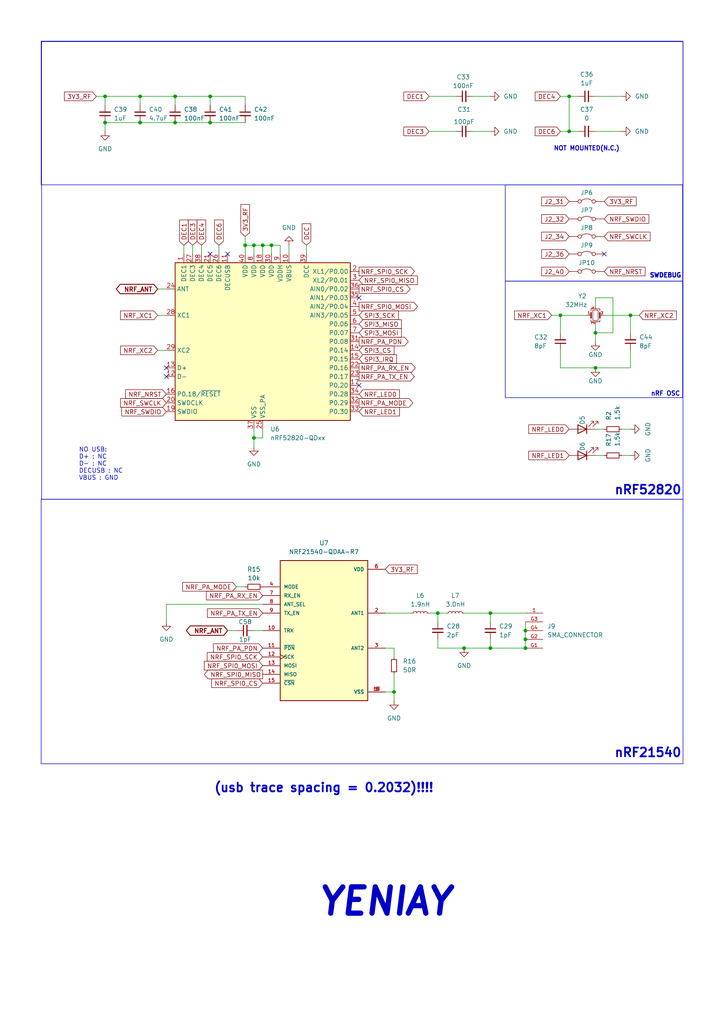
<source format=kicad_sch>
(kicad_sch (version 20231120) (generator "eeschema") (generator_version "8.0")
  (paper "A4" portrait)
  (title_block (title "RF "))
  (lib_symbols
    (symbol "Device:C_Small" (pin_numbers hide) (pin_names (offset 0.254) hide)
      (property "Reference" "C" (at 0.254 1.778 0))
      (property "Value" "C_Small" (at 0.254 -2.032 0))
      (symbol "C_Small_0_1"
        (polyline (pts (xy -1.524 -0.508) (xy 1.524 -0.508)) (stroke (width 0.3302)))
        (polyline (pts (xy -1.524 0.508) (xy 1.524 0.508)) (stroke (width 0.3048)))
      )
      (symbol "C_Small_1_1"
        (pin passive line (at 0 2.54 270) (length 2.032) (name "~") (number "1"))
        (pin passive line (at 0 -2.54 90) (length 2.032) (name "~") (number "2"))
      )
    )
    (symbol "Device:Crystal_GND24_Small" (pin_names (offset 1.016) hide)
      (property "Reference" "Y" (at 1.27 4.445 0))
      (property "Value" "Crystal_GND24_Small" (at 1.27 2.54 0))
      (symbol "Crystal_GND24_Small_0_1"
        (rectangle (start -0.762 -1.524) (end 0.762 1.524))
        (polyline (pts (xy -1.27 -0.762) (xy -1.27 0.762)) (stroke (width 0.381)))
        (polyline (pts (xy 1.27 -0.762) (xy 1.27 0.762)) (stroke (width 0.381)))
        (polyline (pts (xy -1.27 -1.27) (xy -1.27 -1.905) (xy 1.27 -1.905) (xy 1.27 -1.27)))
        (polyline (pts (xy -1.27 1.27) (xy -1.27 1.905) (xy 1.27 1.905) (xy 1.27 1.27)))
      )
      (symbol "Crystal_GND24_Small_1_1"
        (pin passive line (at -2.54 0 0) (length 1.27) (name "1") (number "1"))
        (pin passive line (at 0 -2.54 90) (length 0.635) (name "2") (number "2"))
        (pin passive line (at 2.54 0 180) (length 1.27) (name "3") (number "3"))
        (pin passive line (at 0 2.54 270) (length 0.635) (name "4") (number "4"))
      )
    )
    (symbol "Device:LED" (pin_numbers hide) (pin_names (offset 1.016) hide)
      (property "Reference" "D" (at 0 2.54 0))
      (property "Value" "LED" (at 0 -2.54 0))
      (symbol "LED_0_1"
        (polyline (pts (xy -1.27 -1.27) (xy -1.27 1.27)) (stroke (width 0.254)))
        (polyline (pts (xy -1.27 0) (xy 1.27 0)))
        (polyline (pts (xy 1.27 -1.27) (xy 1.27 1.27) (xy -1.27 0) (xy 1.27 -1.27)) (stroke (width 0.254)))
        (polyline (pts (xy -3.048 -0.762) (xy -4.572 -2.286) (xy -3.81 -2.286) (xy -4.572 -2.286) (xy -4.572 -1.524)))
        (polyline (pts (xy -1.778 -0.762) (xy -3.302 -2.286) (xy -2.54 -2.286) (xy -3.302 -2.286) (xy -3.302 -1.524)))
      )
      (symbol "LED_1_1"
        (pin passive line (at -3.81 0 0) (length 2.54) (name "K") (number "1"))
        (pin passive line (at 3.81 0 180) (length 2.54) (name "A") (number "2"))
      )
    )
    (symbol "Device:L_Small" (pin_numbers hide) (pin_names (offset 0.254) hide)
      (property "Reference" "L" (at 0.762 1.016 0))
      (property "Value" "L_Small" (at 0.762 -1.016 0))
      (symbol "L_Small_0_1"
        (arc (start 0 -2.032) (mid 0.5058 -1.524) (end 0 -1.016))
        (arc (start 0 -1.016) (mid 0.5058 -0.508) (end 0 0))
        (arc (start 0 0) (mid 0.5058 0.508) (end 0 1.016))
        (arc (start 0 1.016) (mid 0.5058 1.524) (end 0 2.032))
      )
      (symbol "L_Small_1_1"
        (pin passive line (at 0 2.54 270) (length 0.508) (name "~") (number "1"))
        (pin passive line (at 0 -2.54 90) (length 0.508) (name "~") (number "2"))
      )
    )
    (symbol "Device:R_Small" (pin_numbers hide) (pin_names (offset 0.254) hide)
      (property "Reference" "R" (at 0.762 0.508 0))
      (property "Value" "R_Small" (at 0.762 -1.016 0))
      (symbol "R_Small_0_1"
        (rectangle (start -0.762 1.778) (end 0.762 -1.778) (stroke (width 0.2032)))
      )
      (symbol "R_Small_1_1"
        (pin passive line (at 0 2.54 270) (length 0.762) (name "~") (number "1"))
        (pin passive line (at 0 -2.54 90) (length 0.762) (name "~") (number "2"))
      )
    )
    (symbol "Jumper:Jumper_2_Bridged" (pin_numbers hide) (pin_names (offset 0) hide) (exclude_from_sim yes)
      (property "Reference" "JP" (at 0 1.905 0))
      (property "Value" "Jumper_2_Bridged" (at 0 -2.54 0))
      (symbol "Jumper_2_Bridged_0_0"
        (circle (center -2.032 0) (radius 0.508))
        (circle (center 2.032 0) (radius 0.508))
      )
      (symbol "Jumper_2_Bridged_0_1"
        (arc (start 1.524 0.254) (mid 0 0.762) (end -1.524 0.254))
      )
      (symbol "Jumper_2_Bridged_1_1"
        (pin passive line (at -5.08 0 0) (length 2.54) (name "A") (number "1"))
        (pin passive line (at 5.08 0 180) (length 2.54) (name "B") (number "2"))
      )
    )
    (symbol "MCU_Nordic:nRF52820-QDxx"
      (property "Reference" "U" (at -2.54 0 0))
      (property "Value" "nRF52820-QDxx" (at -2.54 -2.54 0))
      (symbol "nRF52820-QDxx_0_1"
        (rectangle (start -25.4 22.86) (end 25.4 -22.86) (stroke (width 0.254)) (fill (type background)))
      )
      (symbol "nRF52820-QDxx_1_1"
        (pin passive line (at -22.86 25.4 270) (length 2.54) (name "DEC1") (number "1"))
        (pin power_in line (at 7.62 25.4 270) (length 2.54) (name "VBUS") (number "10"))
        (pin passive line (at -10.16 25.4 270) (length 2.54) (name "DECUSB") (number "11"))
        (pin bidirectional line (at -27.94 -10.16 0) (length 2.54) (name "D-") (number "12"))
        (pin bidirectional line (at -27.94 -7.62 0) (length 2.54) (name "D+") (number "13"))
        (pin bidirectional line (at 27.94 -2.54 180) (length 2.54) (name "P0.14") (number "14"))
        (pin bidirectional line (at 27.94 -5.08 180) (length 2.54) (name "P0.15") (number "15"))
        (pin bidirectional line (at -27.94 -15.24 0) (length 2.54) (name "P0.18/~{RESET}") (number "16"))
        (pin bidirectional line (at 27.94 -12.7 180) (length 2.54) (name "P0.20") (number "17"))
        (pin power_in line (at 0 25.4 270) (length 2.54) (name "VDD") (number "18"))
        (pin bidirectional line (at -27.94 -20.32 0) (length 2.54) (name "SWDIO") (number "19"))
        (pin bidirectional line (at 27.94 20.32 180) (length 2.54) (name "XL1/P0.00") (number "2"))
        (pin input line (at -27.94 -17.78 0) (length 2.54) (name "SWDCLK") (number "20"))
        (pin passive line (at -15.24 25.4 270) (length 2.54) (name "DEC5") (number "21"))
        (pin bidirectional line (at 27.94 -7.62 180) (length 2.54) (name "P0.16") (number "22"))
        (pin bidirectional line (at 27.94 -10.16 180) (length 2.54) (name "P0.17") (number "23"))
        (pin passive line (at -27.94 15.24 0) (length 2.54) (name "ANT") (number "24"))
        (pin power_in line (at 0 -25.4 90) (length 2.54) (name "VSS_PA") (number "25"))
        (pin passive line (at -12.7 25.4 270) (length 2.54) (name "DEC6") (number "26"))
        (pin passive line (at -20.32 25.4 270) (length 2.54) (name "DEC3") (number "27"))
        (pin input line (at -27.94 7.62 0) (length 2.54) (name "XC1") (number "28"))
        (pin input line (at -27.94 -2.54 0) (length 2.54) (name "XC2") (number "29"))
        (pin bidirectional line (at 27.94 17.78 180) (length 2.54) (name "XL2/P0.01") (number "3"))
        (pin power_in line (at 2.54 25.4 270) (length 2.54) (name "VDD") (number "30"))
        (pin bidirectional line (at 27.94 0 180) (length 2.54) (name "P0.08") (number "31"))
        (pin bidirectional line (at 27.94 -17.78 180) (length 2.54) (name "P0.29") (number "32"))
        (pin bidirectional line (at 27.94 -20.32 180) (length 2.54) (name "P0.30") (number "33"))
        (pin bidirectional line (at 27.94 -15.24 180) (length 2.54) (name "P0.28") (number "34"))
        (pin bidirectional line (at 27.94 12.7 180) (length 2.54) (name "AIN1/P0.03") (number "35"))
        (pin bidirectional line (at 27.94 15.24 180) (length 2.54) (name "AIN0/P0.02") (number "36"))
        (pin power_in line (at -2.54 -25.4 90) (length 2.54) (name "VSS") (number "37"))
        (pin passive line (at -17.78 25.4 270) (length 2.54) (name "DEC4") (number "38"))
        (pin power_out line (at 12.7 25.4 270) (length 2.54) (name "DCC") (number "39"))
        (pin bidirectional line (at 27.94 10.16 180) (length 2.54) (name "AIN2/P0.04") (number "4"))
        (pin power_in line (at -5.08 25.4 270) (length 2.54) (name "VDD") (number "40"))
        (pin passive line (at -2.54 -25.4 90) (length 2.54) hide (name "VSS") (number "41"))
        (pin bidirectional line (at 27.94 7.62 180) (length 2.54) (name "AIN3/P0.05") (number "5"))
        (pin bidirectional line (at 27.94 5.08 180) (length 2.54) (name "P0.06") (number "6"))
        (pin bidirectional line (at 27.94 2.54 180) (length 2.54) (name "P0.07") (number "7"))
        (pin power_in line (at -2.54 25.4 270) (length 2.54) (name "VDD") (number "8"))
        (pin power_in line (at 5.08 25.4 270) (length 2.54) (name "VDDH") (number "9"))
      )
    )
    (symbol "NRF21540-QDAA-R7:NRF21540-QDAA-R7" (pin_names (offset 1.016))
      (property "Reference" "U" (at -12.7 21.209 0))
      (property "Value" "NRF21540-QDAA-R7" (at -12.7 -22.86 0))
      (symbol "NRF21540-QDAA-R7_0_0"
        (rectangle (start -12.7 -20.32) (end 12.7 20.32) (stroke (width 0.254)) (fill (type background)))
        (pin power_in line (at 17.78 -17.78 180) (length 5.08) (name "VSS") (number "1"))
        (pin bidirectional line (at -17.78 0 0) (length 5.08) (name "TRX") (number "10"))
        (pin input line (at -17.78 -5.08 0) (length 5.08) (name "~{PDN}") (number "11"))
        (pin input clock (at -17.78 -7.62 0) (length 5.08) (name "SCK") (number "12"))
        (pin input line (at -17.78 -10.16 0) (length 5.08) (name "MOSI") (number "13"))
        (pin output line (at -17.78 -12.7 0) (length 5.08) (name "MISO") (number "14"))
        (pin input line (at -17.78 -15.24 0) (length 5.08) (name "~{CSN}") (number "15"))
        (pin power_in line (at 17.78 -17.78 180) (length 5.08) (name "VSS") (number "16"))
        (pin power_in line (at 17.78 -17.78 180) (length 5.08) (name "VSS") (number "17"))
        (pin bidirectional line (at 17.78 5.08 180) (length 5.08) (name "ANT1") (number "2"))
        (pin bidirectional line (at 17.78 -5.08 180) (length 5.08) (name "ANT2") (number "3"))
        (pin input line (at -17.78 12.7 0) (length 5.08) (name "MODE") (number "4"))
        (pin power_in line (at 17.78 17.78 180) (length 5.08) (name "VDD") (number "5"))
        (pin power_in line (at 17.78 17.78 180) (length 5.08) (name "VDD") (number "6"))
        (pin input line (at -17.78 10.16 0) (length 5.08) (name "RX_EN") (number "7"))
        (pin input line (at -17.78 7.62 0) (length 5.08) (name "ANT_SEL") (number "8"))
        (pin input line (at -17.78 5.08 0) (length 5.08) (name "TX_EN") (number "9"))
      )
    )
    (symbol "SMA_CONNECTOR:SMA_CONNECTOR" (pin_names (offset 1.016))
      (property "Reference" "J" (at -3.81 1.524 0))
      (property "Value" "SMA_CONNECTOR" (at 10.16 -6.35 0))
      (symbol "SMA_CONNECTOR_0_0"
        (pin passive line (at 2.54 0 180) (length 5.08) (name "~") (number "1"))
        (pin passive line (at 2.54 -10.16 180) (length 5.08) (name "~") (number "G1"))
        (pin passive line (at 2.54 -7.62 180) (length 5.08) (name "~") (number "G2"))
        (pin passive line (at 2.54 -2.54 180) (length 5.08) (name "~") (number "G3"))
        (pin passive line (at 2.54 -5.08 180) (length 5.08) (name "~") (number "G4"))
      )
    )
    (symbol "power:GND" (power) (pin_numbers hide) (pin_names (offset 0) hide)
      (property "Value" "GND" (at 0 -3.81 0))
      (symbol "GND_0_1"
        (polyline (pts (xy 0 0) (xy 0 -1.27) (xy 1.27 -1.27) (xy 0 -2.54) (xy -1.27 -1.27) (xy 0 -1.27)))
      )
      (symbol "GND_1_1"
        (pin power_in line (at 0 0 270) (length 0) (name "~") (number "1"))
      )
    )
  )
  (junction (at 127 177.8))
  (junction (at 60.96 35.56))
  (junction (at 73.66 71.12))
  (junction (at 76.2 71.12))
  (junction (at 134.62 187.96))
  (junction (at 162.56 91.44))
  (junction (at 78.74 71.12))
  (junction (at 152.4 182.88))
  (junction (at 182.88 91.44))
  (junction (at 142.24 177.8))
  (junction (at 30.48 27.94))
  (junction (at 165.1 27.94))
  (junction (at 152.4 187.96))
  (junction (at 165.1 38.1))
  (junction (at 114.3 200.66))
  (junction (at 40.64 35.56))
  (junction (at 40.64 27.94))
  (junction (at 50.8 27.94))
  (junction (at 73.66 127))
  (junction (at 60.96 27.94))
  (junction (at 30.48 35.56))
  (junction (at 172.72 106.68))
  (junction (at 71.12 71.12))
  (junction (at 50.8 35.56))
  (junction (at 142.24 187.96))
  (junction (at 152.4 185.42))
  (junction (at 172.72 96.52))
  (no_connect (at 175.26 73.66))
  (no_connect (at 48.26 109.22))
  (no_connect (at 66.04 73.66))
  (no_connect (at 104.14 111.76))
  (no_connect (at 48.26 106.68))
  (no_connect (at 60.96 73.66))
  (no_connect (at 104.14 86.36))
  (wire (pts (xy 124.46 27.94) (xy 132.08 27.94)))
  (wire (pts (xy 73.66 127) (xy 73.66 124.46)))
  (wire (pts (xy 111.76 200.66) (xy 114.3 200.66)))
  (wire (pts (xy 45.72 101.6) (xy 48.26 101.6)))
  (wire (pts (xy 76.2 71.12) (xy 78.74 71.12)))
  (wire (pts (xy 73.66 182.88) (xy 76.2 182.88)))
  (wire (pts (xy 162.56 91.44) (xy 162.56 96.52)))
  (wire (pts (xy 58.42 71.12) (xy 58.42 73.66)))
  (wire (pts (xy 76.2 73.66) (xy 76.2 71.12)))
  (wire (pts (xy 60.96 27.94) (xy 60.96 30.48)))
  (wire (pts (xy 142.24 187.96) (xy 152.4 187.96)))
  (wire (pts (xy 114.3 195.58) (xy 114.3 200.66)))
  (wire (pts (xy 127 185.42) (xy 127 187.96)))
  (wire (pts (xy 165.1 27.94) (xy 167.64 27.94)))
  (wire (pts (xy 111.76 177.8) (xy 119.38 177.8)))
  (wire (pts (xy 40.64 27.94) (xy 50.8 27.94)))
  (wire (pts (xy 73.66 127) (xy 76.2 127)))
  (wire (pts (xy 73.66 71.12) (xy 71.12 71.12)))
  (wire (pts (xy 114.3 187.96) (xy 111.76 187.96)))
  (wire (pts (xy 30.48 27.94) (xy 40.64 27.94)))
  (wire (pts (xy 66.04 182.88) (xy 68.58 182.88)))
  (wire (pts (xy 172.72 38.1) (xy 180.34 38.1)))
  (wire (pts (xy 48.26 175.26) (xy 48.26 180.34)))
  (wire (pts (xy 30.48 35.56) (xy 40.64 35.56)))
  (wire (pts (xy 63.5 71.12) (xy 63.5 73.66)))
  (wire (pts (xy 71.12 68.58) (xy 71.12 71.12)))
  (wire (pts (xy 172.72 96.52) (xy 172.72 99.06)))
  (wire (pts (xy 182.88 101.6) (xy 182.88 106.68)))
  (wire (pts (xy 30.48 35.56) (xy 30.48 38.1)))
  (wire (pts (xy 172.72 88.9) (xy 172.72 86.36)))
  (wire (pts (xy 50.8 27.94) (xy 50.8 30.48)))
  (wire (pts (xy 127 177.8) (xy 129.54 177.8)))
  (wire (pts (xy 137.16 38.1) (xy 142.24 38.1)))
  (wire (pts (xy 50.8 35.56) (xy 60.96 35.56)))
  (wire (pts (xy 76.2 127) (xy 76.2 124.46)))
  (wire (pts (xy 142.24 177.8) (xy 142.24 180.34)))
  (wire (pts (xy 55.88 71.12) (xy 55.88 73.66)))
  (wire (pts (xy 170.18 91.44) (xy 162.56 91.44)))
  (wire (pts (xy 71.12 71.12) (xy 71.12 73.66)))
  (wire (pts (xy 142.24 177.8) (xy 152.4 177.8)))
  (wire (pts (xy 73.66 71.12) (xy 73.66 73.66)))
  (wire (pts (xy 165.1 38.1) (xy 167.64 38.1)))
  (wire (pts (xy 162.56 106.68) (xy 172.72 106.68)))
  (wire (pts (xy 172.72 93.98) (xy 172.72 96.52)))
  (wire (pts (xy 182.88 91.44) (xy 185.42 91.44)))
  (wire (pts (xy 114.3 190.5) (xy 114.3 187.96)))
  (wire (pts (xy 142.24 187.96) (xy 134.62 187.96)))
  (wire (pts (xy 81.28 73.66) (xy 81.28 71.12)))
  (wire (pts (xy 177.8 96.52) (xy 172.72 96.52)))
  (wire (pts (xy 162.56 101.6) (xy 162.56 106.68)))
  (wire (pts (xy 53.34 71.12) (xy 53.34 73.66)))
  (wire (pts (xy 127 177.8) (xy 127 180.34)))
  (wire (pts (xy 124.46 38.1) (xy 132.08 38.1)))
  (wire (pts (xy 45.72 91.44) (xy 48.26 91.44)))
  (wire (pts (xy 124.46 177.8) (xy 127 177.8)))
  (wire (pts (xy 71.12 27.94) (xy 71.12 30.48)))
  (wire (pts (xy 162.56 38.1) (xy 165.1 38.1)))
  (wire (pts (xy 177.8 86.36) (xy 177.8 96.52)))
  (wire (pts (xy 172.72 106.68) (xy 182.88 106.68)))
  (wire (pts (xy 78.74 71.12) (xy 78.74 73.66)))
  (wire (pts (xy 68.58 170.18) (xy 71.12 170.18)))
  (wire (pts (xy 88.9 71.12) (xy 88.9 73.66)))
  (wire (pts (xy 40.64 27.94) (xy 40.64 30.48)))
  (wire (pts (xy 73.66 71.12) (xy 76.2 71.12)))
  (wire (pts (xy 27.94 27.94) (xy 30.48 27.94)))
  (wire (pts (xy 114.3 200.66) (xy 114.3 203.2)))
  (wire (pts (xy 162.56 27.94) (xy 165.1 27.94)))
  (wire (pts (xy 172.72 86.36) (xy 177.8 86.36)))
  (wire (pts (xy 172.72 27.94) (xy 180.34 27.94)))
  (wire (pts (xy 60.96 27.94) (xy 71.12 27.94)))
  (wire (pts (xy 60.96 35.56) (xy 71.12 35.56)))
  (wire (pts (xy 76.2 175.26) (xy 48.26 175.26)))
  (wire (pts (xy 127 187.96) (xy 134.62 187.96)))
  (wire (pts (xy 152.4 182.88) (xy 152.4 185.42)))
  (wire (pts (xy 142.24 185.42) (xy 142.24 187.96)))
  (wire (pts (xy 165.1 27.94) (xy 165.1 38.1)))
  (wire (pts (xy 73.66 129.54) (xy 73.66 127)))
  (wire (pts (xy 40.64 35.56) (xy 50.8 35.56)))
  (wire (pts (xy 137.16 27.94) (xy 142.24 27.94)))
  (wire (pts (xy 175.26 91.44) (xy 182.88 91.44)))
  (wire (pts (xy 83.82 71.12) (xy 83.82 73.66)))
  (wire (pts (xy 50.8 27.94) (xy 60.96 27.94)))
  (wire (pts (xy 30.48 27.94) (xy 30.48 30.48)))
  (wire (pts (xy 172.72 124.46) (xy 175.26 124.46)))
  (wire (pts (xy 172.72 132.08) (xy 175.26 132.08)))
  (wire (pts (xy 134.62 177.8) (xy 142.24 177.8)))
  (wire (pts (xy 152.4 180.34) (xy 152.4 182.88)))
  (wire (pts (xy 81.28 71.12) (xy 78.74 71.12)))
  (wire (pts (xy 152.4 185.42) (xy 152.4 187.96)))
  (wire (pts (xy 180.34 124.46) (xy 182.88 124.46)))
  (wire (pts (xy 180.34 132.08) (xy 182.88 132.08)))
  (wire (pts (xy 160.02 91.44) (xy 162.56 91.44)))
  (wire (pts (xy 182.88 91.44) (xy 182.88 96.52)))
  (wire (pts (xy 45.72 83.82) (xy 48.26 83.82)))
  (rectangle (start 11.938 144.78) (end 198.12 221.488))
  (rectangle (start 146.558 53.594) (end 197.993 81.534))
  (rectangle (start 12.065 12.065) (end 198.12 144.78))
  (rectangle (start 146.558 81.534) (end 197.993 115.316))
  (rectangle (start 11.938 11.938) (end 198.12 53.594))
  (text "NO USB: \nD+ : NC\nD- : NC\nDECUSB : NC\nVBUS : GND\n" (at 22.86 134.62 0) (effects (font (size 1.27 1.27)) (justify left)))
  (text "(usb trace spacing = 0.2032)!!!!" (at 93.98 228.6 0) (effects (font (size 2.54 2.54) (thickness 0.508) (bold yes))))
  (text "nRF21540" (at 187.96 218.44 0) (effects (font (size 2.54 2.54) (thickness 0.508) (bold yes))))
  (text "nRF52820" (at 187.96 142.24 0) (effects (font (size 2.54 2.54) (thickness 0.508) (bold yes))))
  (text "YENIAY" (at 111.76 261.62 0) (effects (font (size 7.62 7.62) (thickness 1.524) (bold yes) (italic yes))))
  (text "NOT MOUNTED(N.C.)" (at 170.18 43.18 0) (effects (font (size 1.27 1.27) (thickness 0.254) (bold yes))))
  (text "nRF OSC" (at 193.04 114.3 0) (effects (font (size 1.27 1.27) (thickness 0.254) (bold yes))))
  (text "SWDEBUG" (at 193.04 80.01 0) (effects (font (size 1.27 1.27) (thickness 0.508) (bold yes))))
  (global_label "NRF_XC1" (shape input) (at 160.02 91.44 180) (property "Intersheetrefs" "${INTERSHEET_REFS}" (effects (hide yes))))
  (global_label "DEC6" (shape input) (at 63.5 71.12 90) (property "Intersheetrefs" "${INTERSHEET_REFS}" (effects (hide yes))))
  (global_label "3V3_RF" (shape input) (at 175.26 58.42 0) (property "Intersheetrefs" "${INTERSHEET_REFS}" (effects (hide yes))))
  (global_label "DEC4" (shape input) (at 162.56 27.94 180) (property "Intersheetrefs" "${INTERSHEET_REFS}" (effects (hide yes))))
  (global_label "J2_40" (shape input) (at 165.1 78.74 180) (property "Intersheetrefs" "${INTERSHEET_REFS}" (effects (hide yes))))
  (global_label "J2_36" (shape input) (at 165.1 73.66 180) (property "Intersheetrefs" "${INTERSHEET_REFS}" (effects (hide yes))))
  (global_label "DCC" (shape input) (at 88.9 71.12 90) (property "Intersheetrefs" "${INTERSHEET_REFS}" (effects (hide yes))))
  (global_label "SPI3_CS" (shape input) (at 104.14 101.6 0) (property "Intersheetrefs" "${INTERSHEET_REFS}" (effects (hide yes))))
  (global_label "DEC3" (shape input) (at 55.88 71.12 90) (property "Intersheetrefs" "${INTERSHEET_REFS}" (effects (hide yes))))
  (global_label "NRF_NRST" (shape input) (at 48.26 114.3 180) (property "Intersheetrefs" "${INTERSHEET_REFS}" (effects (hide yes))))
  (global_label "NRF_SWCLK" (shape input) (at 175.26 68.58 0) (property "Intersheetrefs" "${INTERSHEET_REFS}" (effects (hide yes))))
  (global_label "NRF_SPI0_MOSI" (shape input) (at 76.2 193.04 180) (property "Intersheetrefs" "${INTERSHEET_REFS}" (effects (hide yes))))
  (global_label "NRF_SWDIO" (shape input) (at 175.26 63.5 0) (property "Intersheetrefs" "${INTERSHEET_REFS}" (effects (hide yes))))
  (global_label "NRF_LED0" (shape input) (at 104.14 114.3 0) (property "Intersheetrefs" "${INTERSHEET_REFS}" (effects (hide yes))))
  (global_label "DEC1" (shape input) (at 124.46 27.94 180) (property "Intersheetrefs" "${INTERSHEET_REFS}" (effects (hide yes))))
  (global_label "NRF_SPI0_CS" (shape output) (at 104.14 83.82 0) (property "Intersheetrefs" "${INTERSHEET_REFS}" (effects (hide yes))))
  (global_label "NRF_ANT" (shape bidirectional) (at 45.72 83.82 180) (effects (font (thickness 0.254) (bold yes))) (property "Intersheetrefs" "${INTERSHEET_REFS}" (effects (hide yes))))
  (global_label "NRF_NRST" (shape input) (at 175.26 78.74 0) (property "Intersheetrefs" "${INTERSHEET_REFS}" (effects (hide yes))))
  (global_label "DEC1" (shape input) (at 53.34 71.12 90) (property "Intersheetrefs" "${INTERSHEET_REFS}" (effects (hide yes))))
  (global_label "NRF_XC2" (shape input) (at 45.72 101.6 180) (property "Intersheetrefs" "${INTERSHEET_REFS}" (effects (hide yes))))
  (global_label "3V3_RF" (shape input) (at 71.12 68.58 90) (property "Intersheetrefs" "${INTERSHEET_REFS}" (effects (hide yes))))
  (global_label "NRF_PA_MODE" (shape input) (at 68.58 170.18 180) (property "Intersheetrefs" "${INTERSHEET_REFS}" (effects (hide yes))))
  (global_label "NRF_PA_PDN" (shape input) (at 76.2 187.96 180) (property "Intersheetrefs" "${INTERSHEET_REFS}" (effects (hide yes))))
  (global_label "SPI3_SCK" (shape input) (at 104.14 91.44 0) (property "Intersheetrefs" "${INTERSHEET_REFS}" (effects (hide yes))))
  (global_label "NRF_XC1" (shape input) (at 45.72 91.44 180) (property "Intersheetrefs" "${INTERSHEET_REFS}" (effects (hide yes))))
  (global_label "DEC4" (shape input) (at 58.42 71.12 90) (property "Intersheetrefs" "${INTERSHEET_REFS}" (effects (hide yes))))
  (global_label "NRF_LED0" (shape input) (at 165.1 124.46 180) (property "Intersheetrefs" "${INTERSHEET_REFS}" (effects (hide yes))))
  (global_label "SPI3_IRQ" (shape input) (at 104.14 104.14 0) (property "Intersheetrefs" "${INTERSHEET_REFS}" (effects (hide yes))))
  (global_label "NRF_SPI0_SCK" (shape input) (at 76.2 190.5 180) (property "Intersheetrefs" "${INTERSHEET_REFS}" (effects (hide yes))))
  (global_label "NRF_SWDIO" (shape input) (at 48.26 119.38 180) (property "Intersheetrefs" "${INTERSHEET_REFS}" (effects (hide yes))))
  (global_label "NRF_SWCLK" (shape input) (at 48.26 116.84 180) (property "Intersheetrefs" "${INTERSHEET_REFS}" (effects (hide yes))))
  (global_label "NRF_SPI0_MOSI" (shape output) (at 104.14 88.9 0) (property "Intersheetrefs" "${INTERSHEET_REFS}" (effects (hide yes))))
  (global_label "J2_31" (shape input) (at 165.1 58.42 180) (property "Intersheetrefs" "${INTERSHEET_REFS}" (effects (hide yes))))
  (global_label "NRF_SPI0_MISO" (shape input) (at 104.14 81.28 0) (property "Intersheetrefs" "${INTERSHEET_REFS}" (effects (hide yes))))
  (global_label "NRF_PA_TX_EN" (shape input) (at 76.2 177.8 180) (property "Intersheetrefs" "${INTERSHEET_REFS}" (effects (hide yes))))
  (global_label "SPI3_MOSI" (shape input) (at 104.14 96.52 0) (property "Intersheetrefs" "${INTERSHEET_REFS}" (effects (hide yes))))
  (global_label "NRF_PA_MODE" (shape output) (at 104.14 116.84 0) (property "Intersheetrefs" "${INTERSHEET_REFS}" (effects (hide yes))))
  (global_label "3V3_RF" (shape input) (at 27.94 27.94 180) (property "Intersheetrefs" "${INTERSHEET_REFS}" (effects (hide yes))))
  (global_label "NRF_SPI0_CS" (shape input) (at 76.2 198.12 180) (property "Intersheetrefs" "${INTERSHEET_REFS}" (effects (hide yes))))
  (global_label "NRF_SPI0_SCK" (shape output) (at 104.14 78.74 0) (property "Intersheetrefs" "${INTERSHEET_REFS}" (effects (hide yes))))
  (global_label "NRF_PA_RX_EN" (shape output) (at 104.14 106.68 0) (property "Intersheetrefs" "${INTERSHEET_REFS}" (effects (hide yes))))
  (global_label "NRF_ANT" (shape bidirectional) (at 66.04 182.88 180) (effects (font (thickness 0.254) (bold yes))) (property "Intersheetrefs" "${INTERSHEET_REFS}" (effects (hide yes))))
  (global_label "NRF_SPI0_MISO" (shape output) (at 76.2 195.58 180) (property "Intersheetrefs" "${INTERSHEET_REFS}" (effects (hide yes))))
  (global_label "J2_32" (shape input) (at 165.1 63.5 180) (property "Intersheetrefs" "${INTERSHEET_REFS}" (effects (hide yes))))
  (global_label "NRF_LED1" (shape input) (at 104.14 119.38 0) (property "Intersheetrefs" "${INTERSHEET_REFS}" (effects (hide yes))))
  (global_label "NRF_LED1" (shape input) (at 165.1 132.08 180) (property "Intersheetrefs" "${INTERSHEET_REFS}" (effects (hide yes))))
  (global_label "J2_34" (shape input) (at 165.1 68.58 180) (property "Intersheetrefs" "${INTERSHEET_REFS}" (effects (hide yes))))
  (global_label "NRF_PA_RX_EN" (shape input) (at 76.2 172.72 180) (property "Intersheetrefs" "${INTERSHEET_REFS}" (effects (hide yes))))
  (global_label "3V3_RF" (shape input) (at 111.76 165.1 0) (property "Intersheetrefs" "${INTERSHEET_REFS}" (effects (hide yes))))
  (global_label "DEC6" (shape input) (at 162.56 38.1 180) (property "Intersheetrefs" "${INTERSHEET_REFS}" (effects (hide yes))))
  (global_label "SPI3_MISO" (shape input) (at 104.14 93.98 0) (property "Intersheetrefs" "${INTERSHEET_REFS}" (effects (hide yes))))
  (global_label "DEC3" (shape input) (at 124.46 38.1 180) (property "Intersheetrefs" "${INTERSHEET_REFS}" (effects (hide yes))))
  (global_label "NRF_PA_PDN" (shape output) (at 104.14 99.06 0) (property "Intersheetrefs" "${INTERSHEET_REFS}" (effects (hide yes))))
  (global_label "NRF_PA_TX_EN" (shape output) (at 104.14 109.22 0) (property "Intersheetrefs" "${INTERSHEET_REFS}" (effects (hide yes))))
  (global_label "NRF_XC2" (shape input) (at 185.42 91.44 0) (property "Intersheetrefs" "${INTERSHEET_REFS}" (effects (hide yes))))
  (symbol (lib_id "power:GND") (at 172.72 106.68 0) (unit 1)
    (property "Reference" "#PWR083" (effects (hide yes)))
    (property "Value" "GND" (at 172.72 110.49 0))
    (property "Description" "Power symbol creates a global label with name \"GND\" , ground" (effects (hide yes)))
  )
  (symbol (lib_id "Device:C_Small") (at 40.64 33.02 180) (unit 1)
    (property "Reference" "C40" (at 43.18 31.7435 0) (effects (justify right)))
    (property "Value" "4.7uF" (at 43.18 34.2835 0) (effects (justify right)))
    (property "Footprint" "Capacitor_SMD:C_0603_1608Metric" (effects (hide yes)))
    (property "Description" "Unpolarized capacitor, small symbol" (effects (hide yes)))
  )
  (symbol (lib_id "power:GND") (at 182.88 124.46 90) (unit 1)
    (property "Reference" "#PWR010" (effects (hide yes)))
    (property "Value" "GND" (at 187.96 124.46 0))
    (property "Description" "Power symbol creates a global label with name \"GND\" , ground" (effects (hide yes)))
  )
  (symbol (lib_id "SMA_CONNECTOR:SMA_CONNECTOR") (at 154.94 177.8 0) (mirror y) (unit 1)
    (property "Reference" "J9" (at 158.75 181.6099 0) (effects (justify right)))
    (property "Value" "SMA_CONNECTOR" (at 158.75 184.1499 0) (effects (justify right)))
    (property "Footprint" "LPRS_SMA_CONNECTOR:LPRS_SMA_CONNECTOR" (effects (hide yes)))
    (property "MF" "LPRS" (effects (hide yes)))
    (property "MAXIMUM_PACKAGE_HEIGHT" "8.3 mm" (effects (hide yes)))
    (property "Package" "None" (effects (hide yes)))
    (property "Price" "None" (effects (hide yes)))
    (property "Check_prices" "https://www.snapeda.com/parts/SMA%20CONNECTOR/LPRS/view-part/?ref=eda" (effects (hide yes)))
    (property "STANDARD" "Manufacturer Recommendations" (effects (hide yes)))
    (property "PARTREV" "1.3" (effects (hide yes)))
    (property "SnapEDA_Link" "https://www.snapeda.com/parts/SMA%20CONNECTOR/LPRS/view-part/?ref=snap" (effects (hide yes)))
    (property "MP" "SMA CONNECTOR" (effects (hide yes)))
    (property "Description_1" "\nRF Coaxial Straight SMA Connector\n" (effects (hide yes)))
    (property "Availability" "In Stock" (effects (hide yes)))
    (property "MANUFACTURER" "LPRS" (effects (hide yes)))
  )
  (symbol (lib_id "Device:R_Small") (at 114.3 193.04 0) (unit 1)
    (property "Reference" "R16" (at 116.84 191.7699 0) (effects (justify left)))
    (property "Value" "50R" (at 116.84 194.3099 0) (effects (justify left)))
    (property "Footprint" "Resistor_SMD:R_0402_1005Metric" (effects (hide yes)))
    (property "Description" "Resistor, small symbol" (effects (hide yes)))
  )
  (symbol (lib_id "Device:C_Small") (at 71.12 33.02 0) (unit 1)
    (property "Reference" "C42" (at 73.66 31.7562 0) (effects (justify left)))
    (property "Value" "100nF" (at 73.66 34.2962 0) (effects (justify left)))
    (property "Footprint" "Capacitor_SMD:C_0402_1005Metric" (effects (hide yes)))
    (property "Description" "Unpolarized capacitor, small symbol" (effects (hide yes)))
  )
  (symbol (lib_id "Device:R_Small") (at 177.8 132.08 270) (unit 1)
    (property "Reference" "R17" (at 176.5299 129.54 0) (effects (justify right)))
    (property "Value" "1.5k" (at 179.0699 129.54 0) (effects (justify right)))
    (property "Footprint" "Resistor_SMD:R_0402_1005Metric" (effects (hide yes)))
    (property "Description" "Resistor, small symbol" (effects (hide yes)))
  )
  (symbol (lib_id "Device:C_Small") (at 170.18 38.1 90) (unit 1)
    (property "Reference" "C37" (at 170.1863 31.75 90))
    (property "Value" "0" (at 170.1863 34.29 90))
    (property "Footprint" "Capacitor_SMD:C_0402_1005Metric" (effects (hide yes)))
    (property "Description" "Unpolarized capacitor, small symbol" (effects (hide yes)))
  )
  (symbol (lib_id "Device:C_Small") (at 170.18 27.94 90) (unit 1)
    (property "Reference" "C36" (at 170.1863 21.59 90))
    (property "Value" "1uF" (at 170.1863 24.13 90))
    (property "Footprint" "Capacitor_SMD:C_0402_1005Metric" (effects (hide yes)))
    (property "Description" "Unpolarized capacitor, small symbol" (effects (hide yes)))
  )
  (symbol (lib_id "Jumper:Jumper_2_Bridged") (at 170.18 58.42 0) (unit 1) (exclude_from_sim yes)
    (property "Reference" "JP6" (at 170.18 55.88 0))
    (property "Value" "SWDIO" (effects (hide yes)))
    (property "Footprint" "Jumper:SolderJumper-2_P1.3mm_Open_TrianglePad1.0x1.5mm" (effects (hide yes)))
    (property "Description" "Jumper, 2-pole, closed/bridged" (effects (hide yes)))
  )
  (symbol (lib_id "MCU_Nordic:nRF52820-QDxx") (at 76.2 99.06 0) (unit 1)
    (property "Reference" "U6" (at 78.3941 124.46 0) (effects (justify left)))
    (property "Value" "nRF52820-QDxx" (at 78.3941 127 0) (effects (justify left)))
    (property "Footprint" "Package_DFN_QFN:QFN-40-1EP_5x5mm_P0.4mm_EP3.6x3.6mm" (effects (hide yes)))
    (property "Datasheet" "https://infocenter.nordicsemi.com/pdf/nRF52820_PS_v1.0.pdf" (effects (hide yes)))
    (property "Description" "Multiprotocol BLE/ANT/2.4 GHz/802.15.4 Cortex-M4 SoC, QFN-40" (effects (hide yes)))
  )
  (symbol (lib_id "power:GND") (at 134.62 187.96 0) (unit 1)
    (property "Reference" "#PWR0102" (effects (hide yes)))
    (property "Value" "GND" (at 134.62 193.04 0))
    (property "Description" "Power symbol creates a global label with name \"GND\" , ground" (effects (hide yes)))
  )
  (symbol (lib_id "power:GND") (at 114.3 203.2 0) (unit 1)
    (property "Reference" "#PWR087" (effects (hide yes)))
    (property "Value" "GND" (at 114.3 208.28 0))
    (property "Description" "Power symbol creates a global label with name \"GND\" , ground" (effects (hide yes)))
  )
  (symbol (lib_id "Device:C_Small") (at 60.96 33.02 0) (unit 1)
    (property "Reference" "C41" (at 63.5 31.7562 0) (effects (justify left)))
    (property "Value" "100nF" (at 63.5 34.2962 0) (effects (justify left)))
    (property "Footprint" "Capacitor_SMD:C_0402_1005Metric" (effects (hide yes)))
    (property "Description" "Unpolarized capacitor, small symbol" (effects (hide yes)))
  )
  (symbol (lib_id "power:GND") (at 142.24 27.94 90) (unit 1)
    (property "Reference" "#PWR020" (effects (hide yes)))
    (property "Value" "GND" (at 146.05 27.9399 90) (effects (justify right)))
    (property "Description" "Power symbol creates a global label with name \"GND\" , ground" (effects (hide yes)))
  )
  (symbol (lib_id "Device:LED") (at 168.91 132.08 180) (unit 1)
    (property "Reference" "D6" (at 168.91 130.81 90) (effects (justify right)))
    (property "Value" "LED" (effects (hide yes)))
    (property "Footprint" "LED_SMD:LED_0805_2012Metric" (effects (hide yes)))
    (property "Description" "Light emitting diode" (effects (hide yes)))
  )
  (symbol (lib_id "power:GND") (at 83.82 71.12 180) (unit 1)
    (property "Reference" "#PWR0111" (effects (hide yes)))
    (property "Value" "GND" (at 83.82 66.04 0))
    (property "Description" "Power symbol creates a global label with name \"GND\" , ground" (effects (hide yes)))
  )
  (symbol (lib_id "Device:R_Small") (at 177.8 124.46 270) (unit 1)
    (property "Reference" "R2" (at 176.5299 121.92 0) (effects (justify right)))
    (property "Value" "1.5k" (at 179.0699 121.92 0) (effects (justify right)))
    (property "Footprint" "Resistor_SMD:R_0402_1005Metric" (effects (hide yes)))
    (property "Description" "Resistor, small symbol" (effects (hide yes)))
  )
  (symbol (lib_id "power:GND") (at 30.48 38.1 0) (unit 1)
    (property "Reference" "#PWR082" (effects (hide yes)))
    (property "Value" "GND" (at 30.48 43.18 0))
    (property "Description" "Power symbol creates a global label with name \"GND\" , ground" (effects (hide yes)))
  )
  (symbol (lib_id "Device:C_Small") (at 30.48 33.02 180) (unit 1)
    (property "Reference" "C39" (at 33.02 31.7435 0) (effects (justify right)))
    (property "Value" "1uF" (at 33.02 34.2835 0) (effects (justify right)))
    (property "Footprint" "Capacitor_SMD:C_0402_1005Metric" (effects (hide yes)))
    (property "Description" "Unpolarized capacitor, small symbol" (effects (hide yes)))
  )
  (symbol (lib_id "Jumper:Jumper_2_Bridged") (at 170.18 63.5 0) (unit 1) (exclude_from_sim yes)
    (property "Reference" "JP7" (at 170.18 60.96 0))
    (property "Value" "SWDIO" (effects (hide yes)))
    (property "Footprint" "Jumper:SolderJumper-2_P1.3mm_Open_TrianglePad1.0x1.5mm" (effects (hide yes)))
    (property "Description" "Jumper, 2-pole, closed/bridged" (effects (hide yes)))
  )
  (symbol (lib_id "Jumper:Jumper_2_Bridged") (at 170.18 78.74 0) (unit 1) (exclude_from_sim yes)
    (property "Reference" "JP10" (at 170.18 76.2 0))
    (property "Value" "SWDIO" (effects (hide yes)))
    (property "Footprint" "Jumper:SolderJumper-2_P1.3mm_Open_TrianglePad1.0x1.5mm" (effects (hide yes)))
    (property "Description" "Jumper, 2-pole, closed/bridged" (effects (hide yes)))
  )
  (symbol (lib_id "Jumper:Jumper_2_Bridged") (at 170.18 73.66 0) (unit 1) (exclude_from_sim yes)
    (property "Reference" "JP9" (at 170.18 71.12 0))
    (property "Value" "SWDIO" (effects (hide yes)))
    (property "Footprint" "Jumper:SolderJumper-2_P1.3mm_Open_TrianglePad1.0x1.5mm" (effects (hide yes)))
    (property "Description" "Jumper, 2-pole, closed/bridged" (effects (hide yes)))
  )
  (symbol (lib_id "power:GND") (at 142.24 38.1 90) (unit 1)
    (property "Reference" "#PWR074" (effects (hide yes)))
    (property "Value" "GND" (at 146.05 38.0999 90) (effects (justify right)))
    (property "Description" "Power symbol creates a global label with name \"GND\" , ground" (effects (hide yes)))
  )
  (symbol (lib_id "Device:LED") (at 168.91 124.46 180) (unit 1)
    (property "Reference" "D5" (at 168.91 123.19 90) (effects (justify right)))
    (property "Value" "LED" (effects (hide yes)))
    (property "Footprint" "LED_SMD:LED_0805_2012Metric" (effects (hide yes)))
    (property "Description" "Light emitting diode" (effects (hide yes)))
  )
  (symbol (lib_id "Device:L_Small") (at 132.08 177.8 90) (unit 1)
    (property "Reference" "L7" (at 132.08 172.72 90))
    (property "Value" "3.0nH" (at 132.08 175.26 90))
    (property "Footprint" "Inductor_SMD:L_0402_1005Metric" (effects (hide yes)))
    (property "Description" "Inductor, small symbol" (effects (hide yes)))
  )
  (symbol (lib_id "power:GND") (at 48.26 180.34 0) (unit 1)
    (property "Reference" "#PWR0101" (effects (hide yes)))
    (property "Value" "GND" (at 48.26 185.42 0))
    (property "Description" "Power symbol creates a global label with name \"GND\" , ground" (effects (hide yes)))
  )
  (symbol (lib_id "Device:C_Small") (at 182.88 99.06 180) (unit 1)
    (property "Reference" "C44" (at 185.42 97.7835 0) (effects (justify right)))
    (property "Value" "8pF" (at 185.42 100.3235 0) (effects (justify right)))
    (property "Footprint" "Capacitor_SMD:C_0402_1005Metric" (effects (hide yes)))
    (property "Description" "Unpolarized capacitor, small symbol" (effects (hide yes)))
  )
  (symbol (lib_id "Device:Crystal_GND24_Small") (at 172.72 91.44 0) (unit 1)
    (property "Reference" "Y2" (at 168.91 85.852 0))
    (property "Value" "32MHz" (at 167.132 88.392 0))
    (property "Footprint" "Crystal:Crystal_SMD_3225-4Pin_3.2x2.5mm" (effects (hide yes)))
    (property "Description" "Four pin crystal, GND on pins 2 and 4, small symbol" (effects (hide yes)))
  )
  (symbol (lib_id "power:GND") (at 172.72 99.06 0) (unit 1)
    (property "Reference" "#PWR076" (effects (hide yes)))
    (property "Value" "GND" (at 172.72 102.87 0))
    (property "Description" "Power symbol creates a global label with name \"GND\" , ground" (effects (hide yes)))
  )
  (symbol (lib_id "Device:C_Small") (at 142.24 182.88 0) (unit 1)
    (property "Reference" "C29" (at 144.78 181.6162 0) (effects (justify left)))
    (property "Value" "1pF" (at 144.78 184.1562 0) (effects (justify left)))
    (property "Footprint" "Capacitor_SMD:C_0402_1005Metric" (effects (hide yes)))
    (property "Description" "Unpolarized capacitor, small symbol" (effects (hide yes)))
  )
  (symbol (lib_id "Device:C_Small") (at 50.8 33.02 0) (unit 1)
    (property "Reference" "C38" (at 53.34 31.7562 0) (effects (justify left)))
    (property "Value" "100nF" (at 53.34 34.2962 0) (effects (justify left)))
    (property "Footprint" "Capacitor_SMD:C_0402_1005Metric" (effects (hide yes)))
    (property "Description" "Unpolarized capacitor, small symbol" (effects (hide yes)))
  )
  (symbol (lib_id "Device:C_Small") (at 71.12 182.88 90) (unit 1)
    (property "Reference" "C58" (at 71.12 180.34 90))
    (property "Value" "1pF" (at 71.12 185.42 90))
    (property "Footprint" "Capacitor_SMD:C_0402_1005Metric" (effects (hide yes)))
    (property "Description" "Unpolarized capacitor, small symbol" (effects (hide yes)))
  )
  (symbol (lib_id "Jumper:Jumper_2_Bridged") (at 170.18 68.58 0) (unit 1) (exclude_from_sim yes)
    (property "Reference" "JP8" (at 170.18 66.04 0))
    (property "Value" "SWDIO" (effects (hide yes)))
    (property "Footprint" "Jumper:SolderJumper-2_P1.3mm_Open_TrianglePad1.0x1.5mm" (effects (hide yes)))
    (property "Description" "Jumper, 2-pole, closed/bridged" (effects (hide yes)))
  )
  (symbol (lib_id "power:GND") (at 182.88 132.08 90) (unit 1)
    (property "Reference" "#PWR019" (effects (hide yes)))
    (property "Value" "GND" (at 187.96 132.08 0))
    (property "Description" "Power symbol creates a global label with name \"GND\" , ground" (effects (hide yes)))
  )
  (symbol (lib_id "Device:R_Small") (at 73.66 170.18 90) (unit 1)
    (property "Reference" "R15" (at 73.66 165.1 90))
    (property "Value" "10k" (at 73.66 167.64 90))
    (property "Footprint" "Resistor_SMD:R_0402_1005Metric" (effects (hide yes)))
    (property "Description" "Resistor, small symbol" (effects (hide yes)))
  )
  (symbol (lib_id "Device:C_Small") (at 134.62 38.1 90) (unit 1)
    (property "Reference" "C31" (at 134.62 31.75 90))
    (property "Value" "100pF" (at 134.62 35.306 90))
    (property "Footprint" "Capacitor_SMD:C_0402_1005Metric" (effects (hide yes)))
    (property "Description" "Unpolarized capacitor, small symbol" (effects (hide yes)))
  )
  (symbol (lib_id "NRF21540-QDAA-R7:NRF21540-QDAA-R7") (at 93.98 182.88 0) (unit 1)
    (property "Reference" "U7" (at 93.98 157.48 0))
    (property "Value" "NRF21540-QDAA-R7" (at 93.98 160.02 0))
    (property "Footprint" "nRF21540:QFN65P400X400X95-17N" (effects (hide yes)))
    (property "B_NOM" "0.3" (effects (hide yes)))
    (property "PIN_COUNT_D" "4.0" (effects (hide yes)))
    (property "B_MIN" "0.25" (effects (hide yes)))
    (property "Check_prices" "https://www.snapeda.com/parts/nRF21540-QDAA-R7/Nordic+Power/view-part/?ref=eda" (effects (hide yes)))
    (property "B_MAX" "0.35" (effects (hide yes)))
    (property "Description_1" "\n                        \n                            RF Front End 2.36GHz ~ 2.5GHz 802.15.4, Bluetooth, Zigbee® 16-QFN (4x4)\n                        \n" (effects (hide yes)))
    (property "Price" "None" (effects (hide yes)))
    (property "ENOM" "0.65" (effects (hide yes)))
    (property "D_NOM" "4.0" (effects (hide yes)))
    (property "D_MAX" "4.0" (effects (hide yes)))
    (property "L_MAX" "0.45" (effects (hide yes)))
    (property "A_MAX" "0.95" (effects (hide yes)))
    (property "Package" "None" (effects (hide yes)))
    (property "E2_NOM" "2.65" (effects (hide yes)))
    (property "D2_NOM" "2.65" (effects (hide yes)))
    (property "PARTREV" "1.0" (effects (hide yes)))
    (property "SnapEDA_Link" "https://www.snapeda.com/parts/nRF21540-QDAA-R7/Nordic+Power/view-part/?ref=snap" (effects (hide yes)))
    (property "E_NOM" "4.0" (effects (hide yes)))
    (property "STANDARD" "IPC 7351B" (effects (hide yes)))
    (property "L_NOM" "0.4" (effects (hide yes)))
    (property "MANUFACTURER" "Nordic Semiconductor" (effects (hide yes)))
    (property "MF" "Nordic Semiconductor" (effects (hide yes)))
    (property "PIN_COUNT_E" "4.0" (effects (hide yes)))
    (property "E_MIN" "4.0" (effects (hide yes)))
    (property "D_MIN" "4.0" (effects (hide yes)))
    (property "MP" "nRF21540-QDAA-R7" (effects (hide yes)))
    (property "L_MIN" "0.35" (effects (hide yes)))
    (property "Availability" "In Stock" (effects (hide yes)))
    (property "E_MAX" "4.0" (effects (hide yes)))
  )
  (symbol (lib_id "Device:C_Small") (at 127 182.88 0) (unit 1)
    (property "Reference" "C28" (at 129.54 181.6162 0) (effects (justify left)))
    (property "Value" "2pF" (at 129.54 184.1562 0) (effects (justify left)))
    (property "Footprint" "Capacitor_SMD:C_0402_1005Metric" (effects (hide yes)))
    (property "Description" "Unpolarized capacitor, small symbol" (effects (hide yes)))
  )
  (symbol (lib_id "power:GND") (at 73.66 129.54 0) (unit 1)
    (property "Reference" "#PWR075" (effects (hide yes)))
    (property "Value" "GND" (at 73.66 134.62 0))
    (property "Description" "Power symbol creates a global label with name \"GND\" , ground" (effects (hide yes)))
  )
  (symbol (lib_id "Device:C_Small") (at 134.62 27.94 90) (unit 1)
    (property "Reference" "C33" (at 134.366 22.352 90))
    (property "Value" "100nF" (at 134.366 24.892 90))
    (property "Footprint" "Capacitor_SMD:C_0402_1005Metric" (effects (hide yes)))
    (property "Description" "Unpolarized capacitor, small symbol" (effects (hide yes)))
  )
  (symbol (lib_id "power:GND") (at 180.34 38.1 90) (unit 1)
    (property "Reference" "#PWR080" (effects (hide yes)))
    (property "Value" "GND" (at 184.15 38.0999 90) (effects (justify right)))
    (property "Description" "Power symbol creates a global label with name \"GND\" , ground" (effects (hide yes)))
  )
  (symbol (lib_id "Device:C_Small") (at 162.56 99.06 180) (unit 1)
    (property "Reference" "C32" (at 154.94 97.79 0) (effects (justify right)))
    (property "Value" "8pF" (at 154.94 100.33 0) (effects (justify right)))
    (property "Footprint" "Capacitor_SMD:C_0402_1005Metric" (effects (hide yes)))
    (property "Description" "Unpolarized capacitor, small symbol" (effects (hide yes)))
  )
  (symbol (lib_id "Device:L_Small") (at 121.92 177.8 90) (unit 1)
    (property "Reference" "L6" (at 121.92 172.72 90))
    (property "Value" "1.9nH" (at 121.92 175.26 90))
    (property "Footprint" "Inductor_SMD:L_0402_1005Metric" (effects (hide yes)))
    (property "Description" "Inductor, small symbol" (effects (hide yes)))
  )
  (symbol (lib_id "power:GND") (at 180.34 27.94 90) (unit 1)
    (property "Reference" "#PWR079" (effects (hide yes)))
    (property "Value" "GND" (at 184.15 27.9399 90) (effects (justify right)))
    (property "Description" "Power symbol creates a global label with name \"GND\" , ground" (effects (hide yes)))
  )
)
</source>
